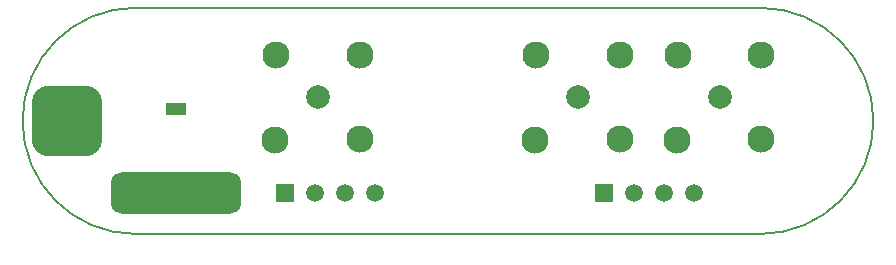
<source format=gtl>
G04*
G04 #@! TF.GenerationSoftware,Altium Limited,Altium Designer,19.0.10 (269)*
G04*
G04 Layer_Physical_Order=1*
G04 Layer_Color=255*
%FSLAX44Y44*%
%MOMM*%
G71*
G01*
G75*
%ADD11C,0.2000*%
G04:AMPARAMS|DCode=22|XSize=6mm|YSize=6mm|CornerRadius=1.5mm|HoleSize=0mm|Usage=FLASHONLY|Rotation=0.000|XOffset=0mm|YOffset=0mm|HoleType=Round|Shape=RoundedRectangle|*
%AMROUNDEDRECTD22*
21,1,6.0000,3.0000,0,0,0.0*
21,1,3.0000,6.0000,0,0,0.0*
1,1,3.0000,1.5000,-1.5000*
1,1,3.0000,-1.5000,-1.5000*
1,1,3.0000,-1.5000,1.5000*
1,1,3.0000,1.5000,1.5000*
%
%ADD22ROUNDEDRECTD22*%
G04:AMPARAMS|DCode=23|XSize=11mm|YSize=3.5mm|CornerRadius=0.875mm|HoleSize=0mm|Usage=FLASHONLY|Rotation=180.000|XOffset=0mm|YOffset=0mm|HoleType=Round|Shape=RoundedRectangle|*
%AMROUNDEDRECTD23*
21,1,11.0000,1.7500,0,0,180.0*
21,1,9.2500,3.5000,0,0,180.0*
1,1,1.7500,-4.6250,0.8750*
1,1,1.7500,4.6250,0.8750*
1,1,1.7500,4.6250,-0.8750*
1,1,1.7500,-4.6250,-0.8750*
%
%ADD23ROUNDEDRECTD23*%
%ADD24C,1.5000*%
%ADD25R,1.5000X1.5000*%
%ADD26C,2.3000*%
%ADD27C,2.0000*%
%ADD28R,1.8000X1.0500*%
D11*
X-264450Y95750D02*
G03*
X-264450Y-95750I0J-95750D01*
G01*
X264450D02*
G03*
X264450Y95750I0J95750D01*
G01*
X-264450Y-95750D02*
X264450D01*
X-264450Y95750D02*
X264450D01*
D22*
X-322650Y0D02*
D03*
D23*
X-230000Y-61000D02*
D03*
D24*
X-112700Y-61450D02*
D03*
X-87300D02*
D03*
X-61900D02*
D03*
X208100D02*
D03*
X182700D02*
D03*
X157300D02*
D03*
D25*
X-138100D02*
D03*
X131900D02*
D03*
D26*
X-145355Y55355D02*
D03*
X-74645Y-15355D02*
D03*
X-146062Y-16062D02*
D03*
X-74645Y55355D02*
D03*
X74645D02*
D03*
X145355Y-15355D02*
D03*
X73938Y-16062D02*
D03*
X145355Y55355D02*
D03*
X194645D02*
D03*
X265355Y-15355D02*
D03*
X193938Y-16062D02*
D03*
X265355Y55355D02*
D03*
D27*
X-110000Y20000D02*
D03*
X110000D02*
D03*
X230000D02*
D03*
D28*
X-230000Y10000D02*
D03*
M02*

</source>
